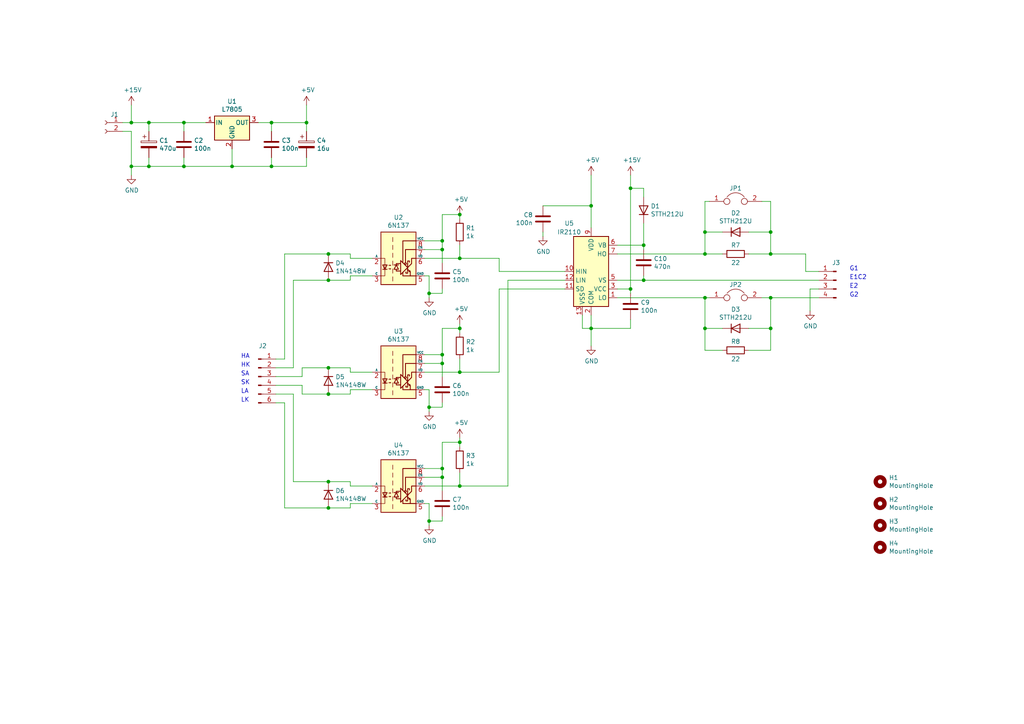
<source format=kicad_sch>
(kicad_sch (version 20230121) (generator eeschema)
  (paper "A4")
  (title_block (title "Half Bridge Driver") (date "2021-06-17") (rev "1.1") (company "Christophe Clienti"))
  (lib_symbols
    (symbol "Device:C" (pin_numbers hide) (pin_names (offset 0.254))
      (property "Reference" "C" (at 0.635 2.54 0))
      (property "Value" "C" (at 0.635 -2.54 0))
      (symbol "C_0_1"
        (polyline (pts (xy -2.032 -0.762) (xy 2.032 -0.762)) (stroke (width 0.508)))
        (polyline (pts (xy -2.032 0.762) (xy 2.032 0.762)) (stroke (width 0.508)))
      )
      (symbol "C_1_1"
        (pin passive line (at 0 3.81 270) (length 2.794) (name "~") (number "1"))
        (pin passive line (at 0 -3.81 90) (length 2.794) (name "~") (number "2"))
      )
    )
    (symbol "Device:R" (pin_numbers hide) (pin_names (offset 0))
      (property "Reference" "R" (at 2.032 0 90))
      (property "Value" "R" (at 0 0 90))
      (symbol "R_0_1"
        (rectangle (start -1.016 -2.54) (end 1.016 2.54) (stroke (width 0.254)))
      )
      (symbol "R_1_1"
        (pin passive line (at 0 3.81 270) (length 1.27) (name "~") (number "1"))
        (pin passive line (at 0 -3.81 90) (length 1.27) (name "~") (number "2"))
      )
    )
    (symbol "Diode:1N4148W" (pin_numbers hide) (pin_names hide)
      (property "Reference" "D" (at 0 2.54 0))
      (property "Value" "1N4148W" (at 0 -2.54 0))
      (symbol "1N4148W_0_1"
        (polyline (pts (xy -1.27 1.27) (xy -1.27 -1.27)) (stroke (width 0.254)))
        (polyline (pts (xy 1.27 0) (xy -1.27 0)))
        (polyline (pts (xy 1.27 1.27) (xy 1.27 -1.27) (xy -1.27 0) (xy 1.27 1.27)) (stroke (width 0.254)))
      )
      (symbol "1N4148W_1_1"
        (pin passive line (at -3.81 0 0) (length 2.54) (name "K") (number "1"))
        (pin passive line (at 3.81 0 180) (length 2.54) (name "A") (number "2"))
      )
    )
    (symbol "Diode:STTH212U" (pin_numbers hide) (pin_names hide)
      (property "Reference" "D" (at 0 2.54 0))
      (property "Value" "STTH212U" (at 0 -2.54 0))
      (symbol "STTH212U_0_1"
        (polyline (pts (xy -1.27 1.27) (xy -1.27 -1.27)) (stroke (width 0.254)))
        (polyline (pts (xy 1.27 0) (xy -1.27 0)))
        (polyline (pts (xy 1.27 1.27) (xy 1.27 -1.27) (xy -1.27 0) (xy 1.27 1.27)) (stroke (width 0.254)))
      )
      (symbol "STTH212U_1_1"
        (pin passive line (at -3.81 0 0) (length 2.54) (name "K") (number "1"))
        (pin passive line (at 3.81 0 180) (length 2.54) (name "A") (number "2"))
      )
    )
    (symbol "Driver_FET:IR2110"
      (property "Reference" "U" (at 1.27 13.335 0))
      (property "Value" "IR2110" (at 1.27 11.43 0))
      (symbol "IR2110_0_1"
        (rectangle (start -5.08 -10.16) (end 5.08 10.16) (stroke (width 0.254)) (fill (type background)))
      )
      (symbol "IR2110_1_1"
        (pin output line (at 7.62 -7.62 180) (length 2.54) (name "LO") (number "1"))
        (pin input line (at -7.62 0 0) (length 2.54) (name "HIN") (number "10"))
        (pin input line (at -7.62 -5.08 0) (length 2.54) (name "SD") (number "11"))
        (pin input line (at -7.62 -2.54 0) (length 2.54) (name "LIN") (number "12"))
        (pin power_in line (at -2.54 -12.7 90) (length 2.54) (name "VSS") (number "13"))
        (pin no_connect line (at -5.08 2.54 0) (length 2.54) hide (name "NC") (number "14"))
        (pin power_in line (at 0 -12.7 90) (length 2.54) (name "COM") (number "2"))
        (pin power_in line (at 7.62 -5.08 180) (length 2.54) (name "VCC") (number "3"))
        (pin no_connect line (at -5.08 7.62 0) (length 2.54) hide (name "NC") (number "4"))
        (pin passive line (at 7.62 -2.54 180) (length 2.54) (name "VS") (number "5"))
        (pin passive line (at 7.62 7.62 180) (length 2.54) (name "VB") (number "6"))
        (pin output line (at 7.62 5.08 180) (length 2.54) (name "HO") (number "7"))
        (pin no_connect line (at -5.08 5.08 0) (length 2.54) hide (name "NC") (number "8"))
        (pin power_in line (at 0 12.7 270) (length 2.54) (name "VDD") (number "9"))
      )
    )
    (symbol "Isolator:6N137" (pin_names (offset 0))
      (property "Reference" "U" (at -4.064 8.89 0))
      (property "Value" "6N137" (at 0 -8.89 0))
      (symbol "6N137_0_1"
        (polyline (pts (xy 2.667 -3.556) (xy 2.667 -1.651)) (stroke (width 0.254)))
        (polyline (pts (xy 2.667 -2.159) (xy 2.667 -2.921)) (stroke (width 0.254)))
        (polyline (pts (xy 3.429 -3.937) (xy 3.429 -5.08)) (stroke (width 0.254)))
        (polyline (pts (xy -0.635 -3.302) (xy -0.635 -3.683) (xy 0.635 -3.683)) (stroke (width 0.254)))
        (polyline (pts (xy -0.635 -1.905) (xy -0.635 -1.524) (xy 0.508 -1.524)) (stroke (width 0.254)))
        (polyline (pts (xy 1.27 -4.064) (xy 1.27 -5.08) (xy 5.08 -5.08)) (stroke (width 0.254)))
        (polyline (pts (xy 1.27 -1.27) (xy 1.27 5.08) (xy 5.08 5.08)) (stroke (width 0.254)))
        (polyline (pts (xy 2.032 -1.27) (xy 2.032 2.54) (xy 5.08 2.54)) (stroke (width 0.254)))
        (polyline (pts (xy -5.08 -5.08) (xy -3.937 -5.08) (xy -3.937 0) (xy -5.08 0)))
        (polyline (pts (xy 2.667 -3.302) (xy 2.667 -4.318) (xy 2.159 -4.318) (xy 2.159 -3.937)) (stroke (width 0.254)))
        (polyline (pts (xy 2.667 -2.667) (xy 0.635 -4.699) (xy 0.635 -0.635) (xy 2.667 -2.667)) (stroke (width 0.254)))
        (polyline (pts (xy 2.667 -1.778) (xy 2.667 -0.762) (xy 3.175 -0.762) (xy 3.175 -1.143)) (stroke (width 0.254)))
        (polyline (pts (xy 2.794 -2.54) (xy 3.81 -1.524) (xy 3.81 0) (xy 5.08 0)) (stroke (width 0.254)))
        (polyline (pts (xy 2.667 -3.175) (xy 3.429 -3.937) (xy 3.302 -3.556) (xy 3.048 -3.81) (xy 3.429 -3.937)) (stroke (width 0.254)))
        (circle (center 2.032 -1.524) (radius 0.254) (stroke (width 0.254)))
      )
      (symbol "6N137_1_1"
        (rectangle (start -5.08 7.62) (end 5.08 -7.62) (stroke (width 0.254)) (fill (type background)))
        (polyline (pts (xy -4.572 -3.175) (xy -3.302 -3.175)) (stroke (width 0.254)))
        (polyline (pts (xy -1.651 -5.334) (xy -1.651 -6.604)))
        (polyline (pts (xy -1.651 -3.048) (xy -1.651 -4.318)))
        (polyline (pts (xy -1.651 -0.762) (xy -1.651 -2.032)))
        (polyline (pts (xy -1.651 1.524) (xy -1.651 0.254)))
        (polyline (pts (xy -1.651 3.81) (xy -1.651 2.54)))
        (polyline (pts (xy -1.651 6.096) (xy -1.651 4.826)))
        (polyline (pts (xy -1.27 -1.905) (xy 0 -1.905)) (stroke (width 0.254)))
        (polyline (pts (xy -3.937 -3.175) (xy -4.572 -1.905) (xy -3.302 -1.905) (xy -3.937 -3.175)) (stroke (width 0.254)))
        (polyline (pts (xy -0.635 -1.905) (xy -1.27 -3.175) (xy 0 -3.175) (xy -0.635 -1.905)) (stroke (width 0.254)))
        (polyline (pts (xy -2.921 -3.048) (xy -2.159 -3.048) (xy -2.54 -3.175) (xy -2.54 -2.921) (xy -2.159 -3.048)) (stroke (width 0.127)))
        (polyline (pts (xy -2.921 -2.032) (xy -2.159 -2.032) (xy -2.54 -2.159) (xy -2.54 -1.905) (xy -2.159 -2.032)) (stroke (width 0.127)))
        (pin no_connect line (at -5.08 5.08 0) (length 2.54) hide (name "NC") (number "1"))
        (pin passive line (at -7.62 0 0) (length 2.54) (name "A") (number "2"))
        (pin passive line (at -7.62 -5.08 0) (length 2.54) (name "C") (number "3"))
        (pin power_in line (at 7.62 -5.08 180) (length 2.54) (name "GND") (number "5"))
        (pin open_collector line (at 7.62 0 180) (length 2.54) (name "VO") (number "6"))
        (pin input line (at 7.62 2.54 180) (length 2.54) (name "EN") (number "7"))
        (pin power_in line (at 7.62 5.08 180) (length 2.54) (name "VCC") (number "8"))
      )
    )
    (symbol "Mechanical:MountingHole" (pin_names (offset 1.016))
      (property "Reference" "H" (at 0 5.08 0))
      (property "Value" "MountingHole" (at 0 3.175 0))
      (symbol "MountingHole_0_1"
        (circle (center 0 0) (radius 1.27) (stroke (width 1.27)))
      )
    )
    (symbol "Regulator_Linear:L7805" (pin_names (offset 0.254))
      (property "Reference" "U" (at -3.81 3.175 0))
      (property "Value" "L7805" (at 0 3.175 0))
      (symbol "L7805_0_1"
        (rectangle (start -5.08 1.905) (end 5.08 -5.08) (stroke (width 0.254)) (fill (type background)))
      )
      (symbol "L7805_1_1"
        (pin power_in line (at -7.62 0 0) (length 2.54) (name "IN") (number "1"))
        (pin power_in line (at 0 -7.62 90) (length 2.54) (name "GND") (number "2"))
        (pin power_out line (at 7.62 0 180) (length 2.54) (name "OUT") (number "3"))
      )
    )
    (symbol "power-driver-rescue:CP-Device" (pin_numbers hide) (pin_names (offset 0.254))
      (property "Reference" "C" (at 0.635 2.54 0))
      (property "Value" "Device_CP" (at 0.635 -2.54 0))
      (symbol "CP-Device_0_1"
        (rectangle (start -2.286 0.508) (end 2.286 1.016))
        (polyline (pts (xy -1.778 2.286) (xy -0.762 2.286)))
        (polyline (pts (xy -1.27 2.794) (xy -1.27 1.778)))
        (rectangle (start 2.286 -0.508) (end -2.286 -1.016) (fill (type outline)))
      )
      (symbol "CP-Device_1_1"
        (pin passive line (at 0 3.81 270) (length 2.794) (name "~") (number "1"))
        (pin passive line (at 0 -3.81 90) (length 2.794) (name "~") (number "2"))
      )
    )
    (symbol "power-driver-rescue:Conn_01x02_Female-Connector" (pin_names (offset 1.016) hide)
      (property "Reference" "J" (at 0 2.54 0))
      (property "Value" "Connector_Conn_01x02_Female" (at 0 -5.08 0))
      (symbol "Conn_01x02_Female-Connector_1_1"
        (arc (start 0 -2.032) (mid -0.5058 -2.54) (end 0 -3.048) (stroke (width 0.1524)))
        (polyline (pts (xy -1.27 -2.54) (xy -0.508 -2.54)) (stroke (width 0.1524)))
        (polyline (pts (xy -1.27 0) (xy -0.508 0)) (stroke (width 0.1524)))
        (arc (start 0 0.508) (mid -0.5058 0) (end 0 -0.508) (stroke (width 0.1524)))
        (pin passive line (at -5.08 0 0) (length 3.81) (name "Pin_1") (number "1"))
        (pin passive line (at -5.08 -2.54 0) (length 3.81) (name "Pin_2") (number "2"))
      )
    )
    (symbol "power-driver-rescue:Conn_01x04_Male-Connector" (pin_names (offset 1.016) hide)
      (property "Reference" "J" (at 0 5.08 0))
      (property "Value" "Connector_Conn_01x04_Male" (at 0 -7.62 0))
      (symbol "Conn_01x04_Male-Connector_1_1"
        (polyline (pts (xy 1.27 -5.08) (xy 0.8636 -5.08)) (stroke (width 0.1524)))
        (polyline (pts (xy 1.27 -2.54) (xy 0.8636 -2.54)) (stroke (width 0.1524)))
        (polyline (pts (xy 1.27 0) (xy 0.8636 0)) (stroke (width 0.1524)))
        (polyline (pts (xy 1.27 2.54) (xy 0.8636 2.54)) (stroke (width 0.1524)))
        (rectangle (start 0.8636 -4.953) (end 0 -5.207) (stroke (width 0.1524)) (fill (type outline)))
        (rectangle (start 0.8636 -2.413) (end 0 -2.667) (stroke (width 0.1524)) (fill (type outline)))
        (rectangle (start 0.8636 0.127) (end 0 -0.127) (stroke (width 0.1524)) (fill (type outline)))
        (rectangle (start 0.8636 2.667) (end 0 2.413) (stroke (width 0.1524)) (fill (type outline)))
        (pin passive line (at 5.08 2.54 180) (length 3.81) (name "Pin_1") (number "1"))
        (pin passive line (at 5.08 0 180) (length 3.81) (name "Pin_2") (number "2"))
        (pin passive line (at 5.08 -2.54 180) (length 3.81) (name "Pin_3") (number "3"))
        (pin passive line (at 5.08 -5.08 180) (length 3.81) (name "Pin_4") (number "4"))
      )
    )
    (symbol "power-driver-rescue:Conn_01x06_Male-Connector" (pin_names (offset 1.016) hide)
      (property "Reference" "J" (at 0 7.62 0))
      (property "Value" "Connector_Conn_01x06_Male" (at 0 -10.16 0))
      (symbol "Conn_01x06_Male-Connector_1_1"
        (polyline (pts (xy 1.27 -7.62) (xy 0.8636 -7.62)) (stroke (width 0.1524)))
        (polyline (pts (xy 1.27 -5.08) (xy 0.8636 -5.08)) (stroke (width 0.1524)))
        (polyline (pts (xy 1.27 -2.54) (xy 0.8636 -2.54)) (stroke (width 0.1524)))
        (polyline (pts (xy 1.27 0) (xy 0.8636 0)) (stroke (width 0.1524)))
        (polyline (pts (xy 1.27 2.54) (xy 0.8636 2.54)) (stroke (width 0.1524)))
        (polyline (pts (xy 1.27 5.08) (xy 0.8636 5.08)) (stroke (width 0.1524)))
        (rectangle (start 0.8636 -7.493) (end 0 -7.747) (stroke (width 0.1524)) (fill (type outline)))
        (rectangle (start 0.8636 -4.953) (end 0 -5.207) (stroke (width 0.1524)) (fill (type outline)))
        (rectangle (start 0.8636 -2.413) (end 0 -2.667) (stroke (width 0.1524)) (fill (type outline)))
        (rectangle (start 0.8636 0.127) (end 0 -0.127) (stroke (width 0.1524)) (fill (type outline)))
        (rectangle (start 0.8636 2.667) (end 0 2.413) (stroke (width 0.1524)) (fill (type outline)))
        (rectangle (start 0.8636 5.207) (end 0 4.953) (stroke (width 0.1524)) (fill (type outline)))
        (pin passive line (at 5.08 5.08 180) (length 3.81) (name "Pin_1") (number "1"))
        (pin passive line (at 5.08 2.54 180) (length 3.81) (name "Pin_2") (number "2"))
        (pin passive line (at 5.08 0 180) (length 3.81) (name "Pin_3") (number "3"))
        (pin passive line (at 5.08 -2.54 180) (length 3.81) (name "Pin_4") (number "4"))
        (pin passive line (at 5.08 -5.08 180) (length 3.81) (name "Pin_5") (number "5"))
        (pin passive line (at 5.08 -7.62 180) (length 3.81) (name "Pin_6") (number "6"))
      )
    )
    (symbol "power-driver-rescue:Jumper-Device" (pin_names (offset 0.762) hide)
      (property "Reference" "JP" (at 0 3.81 0))
      (property "Value" "Device_Jumper" (at 0 -2.032 0))
      (symbol "Jumper-Device_0_1"
        (circle (center -2.54 0) (radius 0.889))
        (arc (start 2.5146 1.27) (mid 0.0078 2.5097) (end -2.4892 1.27))
        (circle (center 2.54 0) (radius 0.889))
        (pin passive line (at -7.62 0 0) (length 4.191) (name "1") (number "1"))
        (pin passive line (at 7.62 0 180) (length 4.191) (name "2") (number "2"))
      )
    )
    (symbol "power:+15V" (power) (pin_names (offset 0))
      (property "Value" "+15V" (at 0 3.556 0))
      (symbol "+15V_0_1"
        (polyline (pts (xy -0.762 1.27) (xy 0 2.54)))
        (polyline (pts (xy 0 0) (xy 0 2.54)))
        (polyline (pts (xy 0 2.54) (xy 0.762 1.27)))
      )
      (symbol "+15V_1_1"
        (pin power_in line (at 0 0 90) (length 0) hide (name "+15V") (number "1"))
      )
    )
    (symbol "power:+5V" (power) (pin_names (offset 0))
      (property "Value" "+5V" (at 0 3.556 0))
      (symbol "+5V_0_1"
        (polyline (pts (xy -0.762 1.27) (xy 0 2.54)))
        (polyline (pts (xy 0 0) (xy 0 2.54)))
        (polyline (pts (xy 0 2.54) (xy 0.762 1.27)))
      )
      (symbol "+5V_1_1"
        (pin power_in line (at 0 0 90) (length 0) hide (name "+5V") (number "1"))
      )
    )
    (symbol "power:GND" (power) (pin_names (offset 0))
      (property "Value" "GND" (at 0 -3.81 0))
      (symbol "GND_0_1"
        (polyline (pts (xy 0 0) (xy 0 -1.27) (xy 1.27 -1.27) (xy 0 -2.54) (xy -1.27 -1.27) (xy 0 -1.27)))
      )
      (symbol "GND_1_1"
        (pin power_in line (at 0 0 270) (length 0) hide (name "GND") (number "1"))
      )
    )
  )
  (junction (at 124.46 118.11))
  (junction (at 186.69 81.28))
  (junction (at 78.74 35.56))
  (junction (at 38.1 48.26))
  (junction (at 128.27 135.89))
  (junction (at 171.45 59.69))
  (junction (at 223.52 73.66))
  (junction (at 124.46 151.13))
  (junction (at 223.52 95.25))
  (junction (at 53.34 35.56))
  (junction (at 95.25 73.66))
  (junction (at 43.18 35.56))
  (junction (at 133.35 128.27))
  (junction (at 128.27 105.41))
  (junction (at 78.74 48.26))
  (junction (at 95.25 81.28))
  (junction (at 133.35 95.25))
  (junction (at 128.27 72.39))
  (junction (at 133.35 62.23))
  (junction (at 95.25 139.7))
  (junction (at 182.88 83.82))
  (junction (at 53.34 48.26))
  (junction (at 43.18 48.26))
  (junction (at 128.27 69.85))
  (junction (at 186.69 71.12))
  (junction (at 124.46 85.09))
  (junction (at 95.25 114.3))
  (junction (at 171.45 95.25))
  (junction (at 67.31 48.26))
  (junction (at 182.88 54.61))
  (junction (at 128.27 138.43))
  (junction (at 204.47 86.36))
  (junction (at 95.25 106.68))
  (junction (at 204.47 73.66))
  (junction (at 223.52 67.31))
  (junction (at 204.47 67.31))
  (junction (at 128.27 102.87))
  (junction (at 95.25 147.32))
  (junction (at 204.47 95.25))
  (junction (at 133.35 74.93))
  (junction (at 133.35 140.97))
  (junction (at 223.52 86.36))
  (junction (at 133.35 107.95))
  (junction (at 38.1 35.56))
  (junction (at 88.9 35.56))
  (wire (pts (xy 223.52 95.25) (xy 223.52 101.6)))
  (wire (pts (xy 124.46 80.01) (xy 124.46 85.09)))
  (wire (pts (xy 53.34 48.26) (xy 67.31 48.26)))
  (wire (pts (xy 87.63 106.68) (xy 95.25 106.68)))
  (wire (pts (xy 220.98 86.36) (xy 223.52 86.36)))
  (wire (pts (xy 186.69 71.12) (xy 179.07 71.12)))
  (wire (pts (xy 133.35 62.23) (xy 133.35 63.5)))
  (wire (pts (xy 107.95 80.01) (xy 101.6 80.01)))
  (wire (pts (xy 123.19 72.39) (xy 128.27 72.39)))
  (wire (pts (xy 204.47 58.42) (xy 204.47 67.31)))
  (wire (pts (xy 85.09 106.68) (xy 85.09 81.28)))
  (wire (pts (xy 128.27 83.82) (xy 128.27 85.09)))
  (wire (pts (xy 144.78 74.93) (xy 144.78 78.74)))
  (wire (pts (xy 38.1 30.48) (xy 38.1 35.56)))
  (wire (pts (xy 171.45 95.25) (xy 171.45 100.33)))
  (wire (pts (xy 182.88 83.82) (xy 182.88 54.61)))
  (wire (pts (xy 234.95 83.82) (xy 234.95 90.17)))
  (wire (pts (xy 124.46 85.09) (xy 124.46 86.36)))
  (wire (pts (xy 101.6 73.66) (xy 95.25 73.66)))
  (wire (pts (xy 133.35 93.98) (xy 133.35 95.25)))
  (wire (pts (xy 128.27 149.86) (xy 128.27 151.13)))
  (wire (pts (xy 107.95 146.05) (xy 101.6 146.05)))
  (wire (pts (xy 88.9 35.56) (xy 88.9 38.1)))
  (wire (pts (xy 53.34 35.56) (xy 59.69 35.56)))
  (wire (pts (xy 133.35 140.97) (xy 147.32 140.97)))
  (wire (pts (xy 182.88 54.61) (xy 186.69 54.61)))
  (wire (pts (xy 223.52 73.66) (xy 233.68 73.66)))
  (wire (pts (xy 223.52 67.31) (xy 223.52 73.66)))
  (wire (pts (xy 107.95 140.97) (xy 101.6 140.97)))
  (wire (pts (xy 186.69 81.28) (xy 186.69 80.01)))
  (wire (pts (xy 168.91 91.44) (xy 168.91 95.25)))
  (wire (pts (xy 133.35 74.93) (xy 144.78 74.93)))
  (wire (pts (xy 128.27 109.22) (xy 128.27 105.41)))
  (wire (pts (xy 171.45 59.69) (xy 157.48 59.69)))
  (wire (pts (xy 124.46 119.38) (xy 124.46 118.11)))
  (wire (pts (xy 82.55 116.84) (xy 82.55 147.32)))
  (wire (pts (xy 38.1 35.56) (xy 43.18 35.56)))
  (wire (pts (xy 128.27 116.84) (xy 128.27 118.11)))
  (wire (pts (xy 209.55 67.31) (xy 204.47 67.31)))
  (wire (pts (xy 147.32 81.28) (xy 163.83 81.28)))
  (wire (pts (xy 101.6 106.68) (xy 95.25 106.68)))
  (wire (pts (xy 38.1 48.26) (xy 38.1 50.8)))
  (wire (pts (xy 53.34 45.72) (xy 53.34 48.26)))
  (wire (pts (xy 85.09 139.7) (xy 95.25 139.7)))
  (wire (pts (xy 53.34 35.56) (xy 53.34 38.1)))
  (wire (pts (xy 78.74 35.56) (xy 78.74 38.1)))
  (wire (pts (xy 128.27 62.23) (xy 128.27 69.85)))
  (wire (pts (xy 144.78 83.82) (xy 163.83 83.82)))
  (wire (pts (xy 157.48 68.58) (xy 157.48 67.31)))
  (wire (pts (xy 223.52 86.36) (xy 237.49 86.36)))
  (wire (pts (xy 88.9 45.72) (xy 88.9 48.26)))
  (wire (pts (xy 133.35 137.16) (xy 133.35 140.97)))
  (wire (pts (xy 128.27 151.13) (xy 124.46 151.13)))
  (wire (pts (xy 133.35 95.25) (xy 128.27 95.25)))
  (wire (pts (xy 124.46 146.05) (xy 124.46 151.13)))
  (wire (pts (xy 144.78 78.74) (xy 163.83 78.74)))
  (wire (pts (xy 124.46 151.13) (xy 124.46 152.4)))
  (wire (pts (xy 87.63 109.22) (xy 87.63 106.68)))
  (wire (pts (xy 38.1 38.1) (xy 38.1 48.26)))
  (wire (pts (xy 85.09 81.28) (xy 95.25 81.28)))
  (wire (pts (xy 101.6 139.7) (xy 95.25 139.7)))
  (wire (pts (xy 107.95 107.95) (xy 101.6 107.95)))
  (wire (pts (xy 223.52 73.66) (xy 217.17 73.66)))
  (wire (pts (xy 123.19 102.87) (xy 128.27 102.87)))
  (wire (pts (xy 123.19 107.95) (xy 133.35 107.95)))
  (wire (pts (xy 204.47 67.31) (xy 204.47 73.66)))
  (wire (pts (xy 123.19 113.03) (xy 124.46 113.03)))
  (wire (pts (xy 53.34 48.26) (xy 43.18 48.26)))
  (wire (pts (xy 80.01 106.68) (xy 85.09 106.68)))
  (wire (pts (xy 123.19 146.05) (xy 124.46 146.05)))
  (wire (pts (xy 67.31 43.18) (xy 67.31 48.26)))
  (wire (pts (xy 80.01 109.22) (xy 87.63 109.22)))
  (wire (pts (xy 123.19 80.01) (xy 124.46 80.01)))
  (wire (pts (xy 101.6 147.32) (xy 95.25 147.32)))
  (wire (pts (xy 107.95 113.03) (xy 101.6 113.03)))
  (wire (pts (xy 205.74 58.42) (xy 204.47 58.42)))
  (wire (pts (xy 186.69 54.61) (xy 186.69 57.15)))
  (wire (pts (xy 101.6 81.28) (xy 95.25 81.28)))
  (wire (pts (xy 186.69 64.77) (xy 186.69 71.12)))
  (wire (pts (xy 144.78 83.82) (xy 144.78 107.95)))
  (wire (pts (xy 128.27 72.39) (xy 128.27 69.85)))
  (wire (pts (xy 237.49 81.28) (xy 186.69 81.28)))
  (wire (pts (xy 123.19 105.41) (xy 128.27 105.41)))
  (wire (pts (xy 223.52 101.6) (xy 217.17 101.6)))
  (wire (pts (xy 204.47 73.66) (xy 179.07 73.66)))
  (wire (pts (xy 209.55 95.25) (xy 204.47 95.25)))
  (wire (pts (xy 128.27 138.43) (xy 128.27 135.89)))
  (wire (pts (xy 179.07 86.36) (xy 204.47 86.36)))
  (wire (pts (xy 179.07 81.28) (xy 186.69 81.28)))
  (wire (pts (xy 182.88 85.09) (xy 182.88 83.82)))
  (wire (pts (xy 223.52 67.31) (xy 217.17 67.31)))
  (wire (pts (xy 101.6 146.05) (xy 101.6 147.32)))
  (wire (pts (xy 101.6 140.97) (xy 101.6 139.7)))
  (wire (pts (xy 182.88 50.8) (xy 182.88 54.61)))
  (wire (pts (xy 223.52 95.25) (xy 217.17 95.25)))
  (wire (pts (xy 128.27 105.41) (xy 128.27 102.87)))
  (wire (pts (xy 82.55 147.32) (xy 95.25 147.32)))
  (wire (pts (xy 78.74 35.56) (xy 88.9 35.56)))
  (wire (pts (xy 87.63 114.3) (xy 95.25 114.3)))
  (wire (pts (xy 168.91 95.25) (xy 171.45 95.25)))
  (wire (pts (xy 209.55 73.66) (xy 204.47 73.66)))
  (wire (pts (xy 223.52 58.42) (xy 223.52 67.31)))
  (wire (pts (xy 82.55 73.66) (xy 95.25 73.66)))
  (wire (pts (xy 133.35 128.27) (xy 133.35 129.54)))
  (wire (pts (xy 87.63 111.76) (xy 87.63 114.3)))
  (wire (pts (xy 124.46 118.11) (xy 128.27 118.11)))
  (wire (pts (xy 88.9 48.26) (xy 78.74 48.26)))
  (wire (pts (xy 123.19 138.43) (xy 128.27 138.43)))
  (wire (pts (xy 171.45 95.25) (xy 171.45 91.44)))
  (wire (pts (xy 133.35 74.93) (xy 123.19 74.93)))
  (wire (pts (xy 182.88 92.71) (xy 182.88 95.25)))
  (wire (pts (xy 74.93 35.56) (xy 78.74 35.56)))
  (wire (pts (xy 179.07 83.82) (xy 182.88 83.82)))
  (wire (pts (xy 80.01 114.3) (xy 85.09 114.3)))
  (wire (pts (xy 147.32 81.28) (xy 147.32 140.97)))
  (wire (pts (xy 101.6 113.03) (xy 101.6 114.3)))
  (wire (pts (xy 171.45 50.8) (xy 171.45 59.69)))
  (wire (pts (xy 80.01 111.76) (xy 87.63 111.76)))
  (wire (pts (xy 124.46 85.09) (xy 128.27 85.09)))
  (wire (pts (xy 101.6 80.01) (xy 101.6 81.28)))
  (wire (pts (xy 85.09 114.3) (xy 85.09 139.7)))
  (wire (pts (xy 133.35 128.27) (xy 128.27 128.27)))
  (wire (pts (xy 171.45 59.69) (xy 171.45 66.04)))
  (wire (pts (xy 35.56 35.56) (xy 38.1 35.56)))
  (wire (pts (xy 107.95 74.93) (xy 101.6 74.93)))
  (wire (pts (xy 133.35 107.95) (xy 133.35 104.14)))
  (wire (pts (xy 133.35 107.95) (xy 144.78 107.95)))
  (wire (pts (xy 133.35 96.52) (xy 133.35 95.25)))
  (wire (pts (xy 205.74 86.36) (xy 204.47 86.36)))
  (wire (pts (xy 101.6 74.93) (xy 101.6 73.66)))
  (wire (pts (xy 124.46 113.03) (xy 124.46 118.11)))
  (wire (pts (xy 220.98 58.42) (xy 223.52 58.42)))
  (wire (pts (xy 123.19 135.89) (xy 128.27 135.89)))
  (wire (pts (xy 88.9 30.48) (xy 88.9 35.56)))
  (wire (pts (xy 80.01 104.14) (xy 82.55 104.14)))
  (wire (pts (xy 101.6 114.3) (xy 95.25 114.3)))
  (wire (pts (xy 223.52 86.36) (xy 223.52 95.25)))
  (wire (pts (xy 233.68 73.66) (xy 233.68 78.74)))
  (wire (pts (xy 43.18 48.26) (xy 38.1 48.26)))
  (wire (pts (xy 128.27 128.27) (xy 128.27 135.89)))
  (wire (pts (xy 128.27 142.24) (xy 128.27 138.43)))
  (wire (pts (xy 233.68 78.74) (xy 237.49 78.74)))
  (wire (pts (xy 237.49 83.82) (xy 234.95 83.82)))
  (wire (pts (xy 128.27 95.25) (xy 128.27 102.87)))
  (wire (pts (xy 123.19 69.85) (xy 128.27 69.85)))
  (wire (pts (xy 209.55 101.6) (xy 204.47 101.6)))
  (wire (pts (xy 43.18 35.56) (xy 43.18 38.1)))
  (wire (pts (xy 78.74 45.72) (xy 78.74 48.26)))
  (wire (pts (xy 82.55 104.14) (xy 82.55 73.66)))
  (wire (pts (xy 123.19 140.97) (xy 133.35 140.97)))
  (wire (pts (xy 101.6 107.95) (xy 101.6 106.68)))
  (wire (pts (xy 133.35 127) (xy 133.35 128.27)))
  (wire (pts (xy 182.88 95.25) (xy 171.45 95.25)))
  (wire (pts (xy 186.69 72.39) (xy 186.69 71.12)))
  (wire (pts (xy 133.35 62.23) (xy 128.27 62.23)))
  (wire (pts (xy 43.18 35.56) (xy 53.34 35.56)))
  (wire (pts (xy 67.31 48.26) (xy 78.74 48.26)))
  (wire (pts (xy 35.56 38.1) (xy 38.1 38.1)))
  (wire (pts (xy 43.18 45.72) (xy 43.18 48.26)))
  (wire (pts (xy 133.35 71.12) (xy 133.35 74.93)))
  (wire (pts (xy 204.47 86.36) (xy 204.47 95.25)))
  (wire (pts (xy 128.27 76.2) (xy 128.27 72.39)))
  (wire (pts (xy 80.01 116.84) (xy 82.55 116.84)))
  (wire (pts (xy 204.47 95.25) (xy 204.47 101.6)))
  (text "E1C2" (at 246.38 81.28 0) (effects (font (size 1.27 1.27)) (justify left bottom)))
  (text "G1" (at 246.38 78.74 0) (effects (font (size 1.27 1.27)) (justify left bottom)))
  (text "LK" (at 69.85 116.84 0) (effects (font (size 1.27 1.27)) (justify left bottom)))
  (text "SK" (at 69.85 111.76 0) (effects (font (size 1.27 1.27)) (justify left bottom)))
  (text "E2" (at 246.38 83.82 0) (effects (font (size 1.27 1.27)) (justify left bottom)))
  (text "LA" (at 69.85 114.3 0) (effects (font (size 1.27 1.27)) (justify left bottom)))
  (text "G2" (at 246.38 86.36 0) (effects (font (size 1.27 1.27)) (justify left bottom)))
  (text "HK" (at 69.85 106.68 0) (effects (font (size 1.27 1.27)) (justify left bottom)))
  (text "HA" (at 69.85 104.14 0) (effects (font (size 1.27 1.27)) (justify left bottom)))
  (text "SA" (at 69.85 109.22 0) (effects (font (size 1.27 1.27)) (justify left bottom)))
  (symbol (lib_id "power-driver-rescue:Conn_01x02_Female-Connector") (at 30.48 35.56 0) (mirror y) (unit 1)
    (property "Reference" "J1" (at 33.2232 33.1978 0))
    (property "Value" "Conn_01x02_Female" (effects hide))
    (property "Footprint" "Connector_Phoenix_MSTB:PhoenixContact_MSTBVA_2,5_2-G-5,08_1x02_P5.08mm_Vertical" (effects hide))
  )
  (symbol (lib_id "power-driver-rescue:CP-Device") (at 43.18 41.91 0) (unit 1)
    (property "Reference" "C1" (at 46.1772 40.7416 0) (effects (justify left)))
    (property "Value" "470u" (at 46.1772 43.053 0) (effects (justify left)))
    (property "Footprint" "Capacitor_SMD:CP_Elec_6.3x7.7" (effects hide))
  )
  (symbol (lib_id "Device:C") (at 53.34 41.91 0) (unit 1)
    (property "Reference" "C2" (at 56.261 40.7416 0) (effects (justify left)))
    (property "Value" "100n" (at 56.261 43.053 0) (effects (justify left)))
    (property "Footprint" "Capacitor_SMD:C_1206_3216Metric_Pad1.33x1.80mm_HandSolder" (effects hide))
  )
  (symbol (lib_id "Regulator_Linear:L7805") (at 67.31 35.56 0) (unit 1)
    (property "Reference" "U1" (at 67.31 29.4132 0))
    (property "Value" "L7805" (at 67.31 31.7246 0))
    (property "Footprint" "Package_TO_SOT_THT:TO-220-3_Horizontal_TabDown" (effects hide))
    (property "Datasheet" "http://www.st.com/content/ccc/resource/technical/document/datasheet/41/4f/b3/b0/12/d4/47/88/CD00000444.pdf/files/CD00000444.pdf/jcr:content/translations/en.CD00000444.pdf" (effects hide))
  )
  (symbol (lib_id "power-driver-rescue:CP-Device") (at 88.9 41.91 0) (unit 1)
    (property "Reference" "C4" (at 91.8972 40.7416 0) (effects (justify left)))
    (property "Value" "16u" (at 91.8972 43.053 0) (effects (justify left)))
    (property "Footprint" "Capacitor_SMD:CP_Elec_5x5.3" (effects hide))
  )
  (symbol (lib_id "Device:C") (at 78.74 41.91 0) (unit 1)
    (property "Reference" "C3" (at 81.661 40.7416 0) (effects (justify left)))
    (property "Value" "100n" (at 81.661 43.053 0) (effects (justify left)))
    (property "Footprint" "Capacitor_SMD:C_1206_3216Metric_Pad1.33x1.80mm_HandSolder" (effects hide))
  )
  (symbol (lib_id "power:GND") (at 38.1 50.8 0) (unit 1)
    (property "Reference" "#PWR02" (effects hide))
    (property "Value" "GND" (at 38.227 55.1942 0))
  )
  (symbol (lib_id "power:+15V") (at 38.1 30.48 0) (unit 1)
    (property "Reference" "#PWR01" (effects hide))
    (property "Value" "+15V" (at 38.481 26.0858 0))
  )
  (symbol (lib_id "power:+5V") (at 88.9 30.48 0) (unit 1)
    (property "Reference" "#PWR03" (effects hide))
    (property "Value" "+5V" (at 89.281 26.0858 0))
  )
  (symbol (lib_id "Isolator:6N137") (at 115.57 74.93 0) (unit 1)
    (property "Reference" "U2" (at 115.57 63.0682 0))
    (property "Value" "6N137" (at 115.57 65.3796 0))
    (property "Footprint" "Package_DIP:DIP-8_W7.62mm" (effects hide))
    (property "Datasheet" "https://docs.broadcom.com/docs/AV02-0940EN" (effects hide))
  )
  (symbol (lib_id "power:GND") (at 124.46 86.36 0) (unit 1)
    (property "Reference" "#PWR04" (effects hide))
    (property "Value" "GND" (at 124.587 90.7542 0))
  )
  (symbol (lib_id "Device:C") (at 128.27 80.01 0) (unit 1)
    (property "Reference" "C5" (at 131.191 78.8416 0) (effects (justify left)))
    (property "Value" "100n" (at 131.191 81.153 0) (effects (justify left)))
    (property "Footprint" "Capacitor_SMD:C_1206_3216Metric_Pad1.33x1.80mm_HandSolder" (effects hide))
  )
  (symbol (lib_id "Isolator:6N137") (at 115.57 107.95 0) (unit 1)
    (property "Reference" "U3" (at 115.57 96.0882 0))
    (property "Value" "6N137" (at 115.57 98.3996 0))
    (property "Footprint" "Package_DIP:DIP-8_W7.62mm" (effects hide))
    (property "Datasheet" "https://docs.broadcom.com/docs/AV02-0940EN" (effects hide))
  )
  (symbol (lib_id "power:GND") (at 124.46 119.38 0) (unit 1)
    (property "Reference" "#PWR05" (effects hide))
    (property "Value" "GND" (at 124.587 123.7742 0))
  )
  (symbol (lib_id "Device:C") (at 128.27 113.03 0) (unit 1)
    (property "Reference" "C6" (at 131.191 111.8616 0) (effects (justify left)))
    (property "Value" "100n" (at 131.191 114.173 0) (effects (justify left)))
    (property "Footprint" "Capacitor_SMD:C_1206_3216Metric_Pad1.33x1.80mm_HandSolder" (effects hide))
  )
  (symbol (lib_id "Isolator:6N137") (at 115.57 140.97 0) (unit 1)
    (property "Reference" "U4" (at 115.57 129.1082 0))
    (property "Value" "6N137" (at 115.57 131.4196 0))
    (property "Footprint" "Package_DIP:DIP-8_W7.62mm" (effects hide))
    (property "Datasheet" "https://docs.broadcom.com/docs/AV02-0940EN" (effects hide))
  )
  (symbol (lib_id "power:GND") (at 124.46 152.4 0) (unit 1)
    (property "Reference" "#PWR06" (effects hide))
    (property "Value" "GND" (at 124.587 156.7942 0))
  )
  (symbol (lib_id "Device:C") (at 128.27 146.05 0) (unit 1)
    (property "Reference" "C7" (at 131.191 144.8816 0) (effects (justify left)))
    (property "Value" "100n" (at 131.191 147.193 0) (effects (justify left)))
    (property "Footprint" "Capacitor_SMD:C_1206_3216Metric_Pad1.33x1.80mm_HandSolder" (effects hide))
  )
  (symbol (lib_id "power-driver-rescue:Conn_01x06_Male-Connector") (at 74.93 109.22 0) (unit 1)
    (property "Reference" "J2" (at 76.2 100.33 0))
    (property "Value" "Conn_01x06_Male" (effects hide))
    (property "Footprint" "Connector_PinHeader_2.54mm:PinHeader_1x06_P2.54mm_Vertical" (effects hide))
  )
  (symbol (lib_id "Driver_FET:IR2110") (at 171.45 78.74 0) (unit 1)
    (property "Reference" "U5" (at 165.1 64.77 0))
    (property "Value" "IR2110" (at 165.1 67.31 0))
    (property "Footprint" "Package_DIP:DIP-14_W7.62mm" (effects hide))
    (property "Datasheet" "https://www.infineon.com/dgdl/ir2110.pdf?fileId=5546d462533600a4015355c80333167e" (effects hide))
  )
  (symbol (lib_id "Device:R") (at 133.35 67.31 0) (unit 1)
    (property "Reference" "R1" (at 135.128 66.1416 0) (effects (justify left)))
    (property "Value" "1k" (at 135.128 68.453 0) (effects (justify left)))
    (property "Footprint" "Resistor_SMD:R_1206_3216Metric_Pad1.30x1.75mm_HandSolder" (effects hide))
  )
  (symbol (lib_id "Device:R") (at 133.35 100.33 0) (unit 1)
    (property "Reference" "R2" (at 135.128 99.1616 0) (effects (justify left)))
    (property "Value" "1k" (at 135.128 101.473 0) (effects (justify left)))
    (property "Footprint" "Resistor_SMD:R_1206_3216Metric_Pad1.30x1.75mm_HandSolder" (effects hide))
  )
  (symbol (lib_id "Device:R") (at 133.35 133.35 0) (unit 1)
    (property "Reference" "R3" (at 135.128 132.1816 0) (effects (justify left)))
    (property "Value" "1k" (at 135.128 134.493 0) (effects (justify left)))
    (property "Footprint" "Resistor_SMD:R_1206_3216Metric_Pad1.30x1.75mm_HandSolder" (effects hide))
  )
  (symbol (lib_id "Diode:1N4148W") (at 95.25 77.47 270) (unit 1)
    (property "Reference" "D4" (at 97.282 76.3016 90) (effects (justify left)))
    (property "Value" "1N4148W" (at 97.282 78.613 90) (effects (justify left)))
    (property "Footprint" "Diode_SMD:D_SOD-123" (effects hide))
    (property "Datasheet" "https://www.vishay.com/docs/85748/1n4148w.pdf" (effects hide))
  )
  (symbol (lib_id "Diode:1N4148W") (at 95.25 110.49 270) (unit 1)
    (property "Reference" "D5" (at 97.282 109.3216 90) (effects (justify left)))
    (property "Value" "1N4148W" (at 97.282 111.633 90) (effects (justify left)))
    (property "Footprint" "Diode_SMD:D_SOD-123" (effects hide))
    (property "Datasheet" "https://www.vishay.com/docs/85748/1n4148w.pdf" (effects hide))
  )
  (symbol (lib_id "Diode:1N4148W") (at 95.25 143.51 270) (unit 1)
    (property "Reference" "D6" (at 97.282 142.3416 90) (effects (justify left)))
    (property "Value" "1N4148W" (at 97.282 144.653 90) (effects (justify left)))
    (property "Footprint" "Diode_SMD:D_SOD-123" (effects hide))
    (property "Datasheet" "https://www.vishay.com/docs/85748/1n4148w.pdf" (effects hide))
  )
  (symbol (lib_id "Mechanical:MountingHole") (at 255.27 139.7 0) (unit 1)
    (property "Reference" "H1" (at 257.81 138.5316 0) (effects (justify left)))
    (property "Value" "MountingHole" (at 257.81 140.843 0) (effects (justify left)))
    (property "Footprint" "MountingHole:MountingHole_3.2mm_M3_Pad" (effects hide))
  )
  (symbol (lib_id "Mechanical:MountingHole") (at 255.27 146.05 0) (unit 1)
    (property "Reference" "H2" (at 257.81 144.8816 0) (effects (justify left)))
    (property "Value" "MountingHole" (at 257.81 147.193 0) (effects (justify left)))
    (property "Footprint" "MountingHole:MountingHole_3.2mm_M3_Pad" (effects hide))
  )
  (symbol (lib_id "Mechanical:MountingHole") (at 255.27 152.4 0) (unit 1)
    (property "Reference" "H3" (at 257.81 151.2316 0) (effects (justify left)))
    (property "Value" "MountingHole" (at 257.81 153.543 0) (effects (justify left)))
    (property "Footprint" "MountingHole:MountingHole_3.2mm_M3_Pad" (effects hide))
  )
  (symbol (lib_id "Diode:STTH212U") (at 186.69 60.96 90) (unit 1)
    (property "Reference" "D1" (at 188.722 59.7916 90) (effects (justify right)))
    (property "Value" "STTH212U" (at 188.722 62.103 90) (effects (justify right)))
    (property "Footprint" "Diode_SMD:D_SMB" (effects hide))
    (property "Datasheet" "https://www.st.com/resource/en/datasheet/stth212.pdf" (effects hide))
  )
  (symbol (lib_id "power:+15V") (at 182.88 50.8 0) (unit 1)
    (property "Reference" "#PWR013" (effects hide))
    (property "Value" "+15V" (at 183.261 46.4058 0))
  )
  (symbol (lib_id "power:+5V") (at 171.45 50.8 0) (unit 1)
    (property "Reference" "#PWR011" (effects hide))
    (property "Value" "+5V" (at 171.831 46.4058 0))
  )
  (symbol (lib_id "power:GND") (at 171.45 100.33 0) (unit 1)
    (property "Reference" "#PWR012" (effects hide))
    (property "Value" "GND" (at 171.577 104.7242 0))
  )
  (symbol (lib_id "Device:C") (at 157.48 63.5 0) (mirror x) (unit 1)
    (property "Reference" "C8" (at 154.559 62.3316 0) (effects (justify right)))
    (property "Value" "100n" (at 154.559 64.643 0) (effects (justify right)))
    (property "Footprint" "Capacitor_SMD:C_1206_3216Metric_Pad1.33x1.80mm_HandSolder" (effects hide))
  )
  (symbol (lib_id "power:GND") (at 157.48 68.58 0) (unit 1)
    (property "Reference" "#PWR010" (effects hide))
    (property "Value" "GND" (at 157.607 72.9742 0))
  )
  (symbol (lib_id "Device:C") (at 186.69 76.2 0) (unit 1)
    (property "Reference" "C10" (at 189.611 75.0316 0) (effects (justify left)))
    (property "Value" "470n" (at 189.611 77.343 0) (effects (justify left)))
    (property "Footprint" "Capacitor_THT:C_Rect_L13.0mm_W6.0mm_P10.00mm_FKS3_FKP3_MKS4" (effects hide))
  )
  (symbol (lib_id "Diode:STTH212U") (at 213.36 67.31 0) (unit 1)
    (property "Reference" "D2" (at 213.36 61.7982 0))
    (property "Value" "STTH212U" (at 213.36 64.1096 0))
    (property "Footprint" "Diode_SMD:D_SMB" (effects hide))
    (property "Datasheet" "https://www.st.com/resource/en/datasheet/stth212.pdf" (effects hide))
  )
  (symbol (lib_id "Device:R") (at 213.36 73.66 90) (unit 1)
    (property "Reference" "R7" (at 213.36 71.12 90))
    (property "Value" "22" (at 213.36 76.2 90))
    (property "Footprint" "Resistor_SMD:R_1206_3216Metric_Pad1.30x1.75mm_HandSolder" (effects hide))
  )
  (symbol (lib_id "power-driver-rescue:Jumper-Device") (at 213.36 58.42 0) (unit 1)
    (property "Reference" "JP1" (at 213.36 54.61 0))
    (property "Value" "Jumper" (effects hide))
    (property "Footprint" "Connector_PinHeader_2.54mm:PinHeader_1x02_P2.54mm_Vertical" (effects hide))
  )
  (symbol (lib_id "power:+5V") (at 133.35 93.98 0) (unit 1)
    (property "Reference" "#PWR0101" (effects hide))
    (property "Value" "+5V" (at 133.731 89.5858 0))
  )
  (symbol (lib_id "power:+5V") (at 133.35 127 0) (unit 1)
    (property "Reference" "#PWR0102" (effects hide))
    (property "Value" "+5V" (at 133.731 122.6058 0))
  )
  (symbol (lib_id "Diode:STTH212U") (at 213.36 95.25 0) (unit 1)
    (property "Reference" "D3" (at 213.36 89.7382 0))
    (property "Value" "STTH212U" (at 213.36 92.0496 0))
    (property "Footprint" "Diode_SMD:D_SMB" (effects hide))
    (property "Datasheet" "https://www.st.com/resource/en/datasheet/stth212.pdf" (effects hide))
  )
  (symbol (lib_id "Device:R") (at 213.36 101.6 90) (unit 1)
    (property "Reference" "R8" (at 213.36 99.06 90))
    (property "Value" "22" (at 213.36 104.14 90))
    (property "Footprint" "Resistor_SMD:R_1206_3216Metric_Pad1.30x1.75mm_HandSolder" (effects hide))
  )
  (symbol (lib_id "power-driver-rescue:Jumper-Device") (at 213.36 86.36 0) (unit 1)
    (property "Reference" "JP2" (at 213.36 82.55 0))
    (property "Value" "Jumper" (effects hide))
    (property "Footprint" "Connector_PinHeader_2.54mm:PinHeader_1x02_P2.54mm_Vertical" (effects hide))
  )
  (symbol (lib_id "power-driver-rescue:Conn_01x04_Male-Connector") (at 242.57 81.28 0) (mirror y) (unit 1)
    (property "Reference" "J3" (at 241.3 76.2 0) (effects (justify right)))
    (property "Value" "Conn_01x04_Male" (effects hide))
    (property "Footprint" "Connector_PinHeader_2.54mm:PinHeader_1x04_P2.54mm_Vertical" (effects hide))
  )
  (symbol (lib_id "power:GND") (at 234.95 90.17 0) (unit 1)
    (property "Reference" "#PWR014" (effects hide))
    (property "Value" "GND" (at 235.077 94.5642 0))
  )
  (symbol (lib_id "Mechanical:MountingHole") (at 255.27 158.75 0) (unit 1)
    (property "Reference" "H4" (at 257.81 157.5816 0) (effects (justify left)))
    (property "Value" "MountingHole" (at 257.81 159.893 0) (effects (justify left)))
    (property "Footprint" "MountingHole:MountingHole_3.2mm_M3_Pad" (effects hide))
  )
  (symbol (lib_id "power:+5V") (at 133.35 62.23 0) (unit 1)
    (property "Reference" "#PWR07" (effects hide))
    (property "Value" "+5V" (at 133.731 57.8358 0))
  )
  (symbol (lib_id "Device:C") (at 182.88 88.9 0) (unit 1)
    (property "Reference" "C9" (at 185.801 87.7316 0) (effects (justify left)))
    (property "Value" "100n" (at 185.801 90.043 0) (effects (justify left)))
    (property "Footprint" "Capacitor_SMD:C_1206_3216Metric_Pad1.33x1.80mm_HandSolder" (effects hide))
  )
)
</source>
